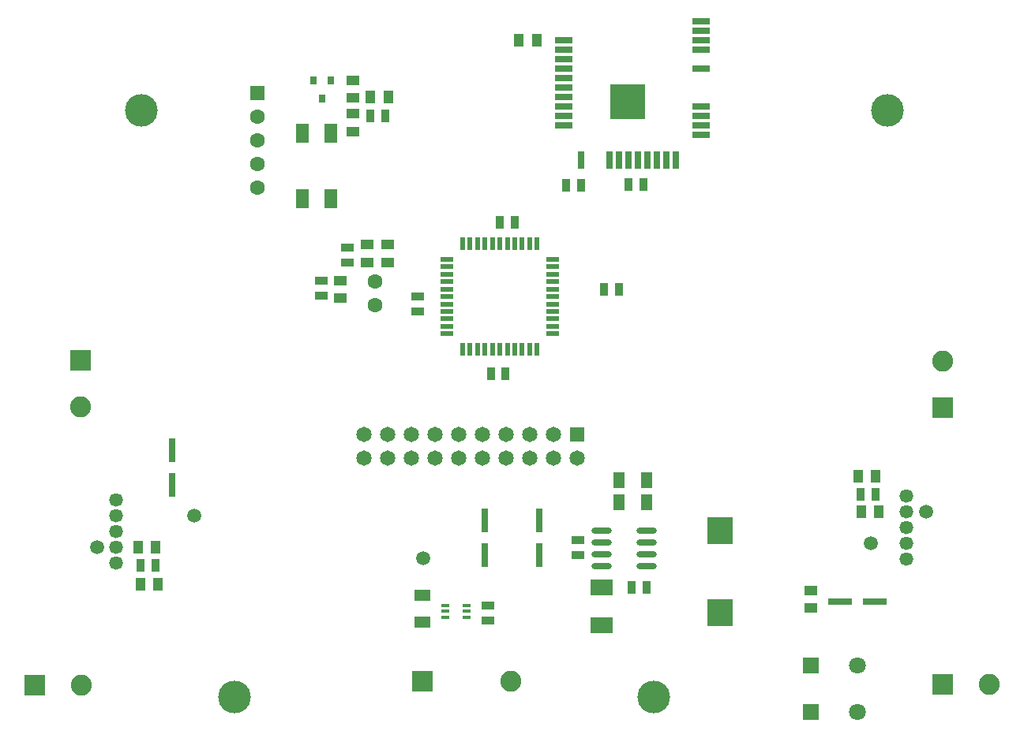
<source format=gbr>
%TF.GenerationSoftware,Altium Limited,Altium Designer,18.1.9 (240)*%
G04 Layer_Color=8388736*
%FSLAX43Y43*%
%MOMM*%
%TF.FileFunction,Soldermask,Top*%
%TF.Part,Single*%
G01*
G75*
%TA.AperFunction,SMDPad,CuDef*%
%ADD10R,0.950X1.350*%
%ADD11R,1.150X1.800*%
%ADD12R,0.800X2.500*%
%ADD13R,1.400X2.000*%
%ADD14R,0.800X0.900*%
%ADD15R,1.400X1.050*%
%ADD16R,1.050X1.400*%
%ADD17R,1.350X0.950*%
%ADD18R,1.470X0.550*%
%ADD19R,0.550X1.470*%
%ADD20R,1.900X0.800*%
%ADD21R,0.800X1.900*%
%ADD22R,3.700X3.700*%
%ADD23R,2.500X0.800*%
%ADD24R,1.800X1.150*%
G04:AMPARAMS|DCode=25|XSize=0.4mm|YSize=0.85mm|CornerRadius=0.05mm|HoleSize=0mm|Usage=FLASHONLY|Rotation=270.000|XOffset=0mm|YOffset=0mm|HoleType=Round|Shape=RoundedRectangle|*
%AMROUNDEDRECTD25*
21,1,0.400,0.750,0,0,270.0*
21,1,0.300,0.850,0,0,270.0*
1,1,0.100,-0.375,-0.150*
1,1,0.100,-0.375,0.150*
1,1,0.100,0.375,0.150*
1,1,0.100,0.375,-0.150*
%
%ADD25ROUNDEDRECTD25*%
%ADD26R,2.400X1.800*%
%ADD27R,2.790X2.920*%
%ADD28O,2.200X0.600*%
%TA.AperFunction,ComponentPad*%
%ADD37R,2.250X2.250*%
%ADD38C,2.250*%
%ADD39C,1.470*%
%ADD40R,2.250X2.250*%
%ADD41C,1.600*%
%ADD42R,1.600X1.600*%
%ADD43C,1.650*%
%ADD44R,1.650X1.650*%
%ADD45R,1.800X1.800*%
%ADD46C,1.800*%
%TA.AperFunction,ViaPad*%
%ADD48C,3.500*%
%ADD49C,1.500*%
%ADD50C,1.270*%
D10*
X66205Y50838D02*
D03*
X64605D02*
D03*
X67619Y18796D02*
D03*
X69219D02*
D03*
X39572Y69412D02*
D03*
X41172D02*
D03*
X54083Y41783D02*
D03*
X52483D02*
D03*
X67272Y62103D02*
D03*
X68872D02*
D03*
X62203Y61976D02*
D03*
X60603D02*
D03*
X16508Y21209D02*
D03*
X14908D02*
D03*
X93764Y28829D02*
D03*
X92164D02*
D03*
X55055Y58039D02*
D03*
X53455D02*
D03*
D11*
X69215Y27940D02*
D03*
X66215D02*
D03*
X69215Y30353D02*
D03*
X66215D02*
D03*
D12*
X18288Y29845D02*
D03*
Y33545D02*
D03*
X51816Y22280D02*
D03*
Y25980D02*
D03*
X57658Y22280D02*
D03*
Y25980D02*
D03*
D13*
X35306Y67578D02*
D03*
Y60578D02*
D03*
X32306Y67578D02*
D03*
Y60578D02*
D03*
D14*
X34417Y71263D02*
D03*
X33467Y73263D02*
D03*
X35367D02*
D03*
D15*
X37743Y71383D02*
D03*
Y73283D02*
D03*
X37743Y67761D02*
D03*
Y69661D02*
D03*
X41402Y53721D02*
D03*
Y55621D02*
D03*
X39243D02*
D03*
Y53721D02*
D03*
X36322Y49850D02*
D03*
Y51750D02*
D03*
X86821Y16597D02*
D03*
Y18497D02*
D03*
D16*
X41487Y71444D02*
D03*
X39587D02*
D03*
X57399Y77547D02*
D03*
X55499D02*
D03*
X16531Y23114D02*
D03*
X14631D02*
D03*
X91887Y30734D02*
D03*
X93787D02*
D03*
X92207Y26924D02*
D03*
X94107D02*
D03*
X16785Y19177D02*
D03*
X14885D02*
D03*
D17*
X44647Y50038D02*
D03*
Y48438D02*
D03*
X61849Y23914D02*
D03*
Y22314D02*
D03*
X37084Y53683D02*
D03*
Y55283D02*
D03*
X34290Y51727D02*
D03*
Y50127D02*
D03*
X52170Y16879D02*
D03*
Y15279D02*
D03*
D18*
X59125Y50038D02*
D03*
Y49238D02*
D03*
Y48438D02*
D03*
Y47638D02*
D03*
Y46838D02*
D03*
Y46038D02*
D03*
Y50838D02*
D03*
Y51638D02*
D03*
Y52438D02*
D03*
Y53238D02*
D03*
Y54038D02*
D03*
X47785Y50038D02*
D03*
Y50838D02*
D03*
Y51638D02*
D03*
Y52438D02*
D03*
Y53238D02*
D03*
Y54038D02*
D03*
Y49238D02*
D03*
Y48438D02*
D03*
Y47638D02*
D03*
Y46838D02*
D03*
Y46038D02*
D03*
D19*
X53455Y55708D02*
D03*
X54255D02*
D03*
X55055D02*
D03*
X55855D02*
D03*
X56655D02*
D03*
X57455D02*
D03*
X52655D02*
D03*
X51855D02*
D03*
X51055D02*
D03*
X50255D02*
D03*
X49455D02*
D03*
X53455Y44368D02*
D03*
X52655D02*
D03*
X51855D02*
D03*
X51055D02*
D03*
X50255D02*
D03*
X49455D02*
D03*
X54255D02*
D03*
X55055D02*
D03*
X55855D02*
D03*
X56655D02*
D03*
X57455D02*
D03*
D20*
X75033Y79585D02*
D03*
Y78569D02*
D03*
Y77553D02*
D03*
Y76537D02*
D03*
Y74505D02*
D03*
Y70441D02*
D03*
Y69425D02*
D03*
Y68409D02*
D03*
Y67393D02*
D03*
X60303Y77547D02*
D03*
Y76531D02*
D03*
Y75515D02*
D03*
Y74499D02*
D03*
Y73483D02*
D03*
Y72467D02*
D03*
Y71451D02*
D03*
Y70435D02*
D03*
Y69419D02*
D03*
Y68403D02*
D03*
D21*
X72363Y64723D02*
D03*
X71347D02*
D03*
X70331D02*
D03*
X69315D02*
D03*
X68299D02*
D03*
X67283D02*
D03*
X66267D02*
D03*
X65251D02*
D03*
X62203D02*
D03*
D22*
X67183Y70993D02*
D03*
D23*
X93671Y17272D02*
D03*
X89971D02*
D03*
D24*
X45185Y15086D02*
D03*
Y17986D02*
D03*
D25*
X49866Y15579D02*
D03*
Y16229D02*
D03*
Y16879D02*
D03*
X47616D02*
D03*
Y16229D02*
D03*
Y15579D02*
D03*
D26*
X64402Y14746D02*
D03*
Y18796D02*
D03*
D27*
X77089Y16062D02*
D03*
Y24892D02*
D03*
D28*
X69202Y21082D02*
D03*
Y22352D02*
D03*
Y23622D02*
D03*
Y24892D02*
D03*
X64402Y21082D02*
D03*
Y22352D02*
D03*
Y23622D02*
D03*
Y24892D02*
D03*
D37*
X3596Y8270D02*
D03*
X100918Y8382D02*
D03*
X45151Y8762D02*
D03*
D38*
X8596Y8270D02*
D03*
X8509Y38227D02*
D03*
X100918Y43100D02*
D03*
X105918Y8382D02*
D03*
X54671Y8762D02*
D03*
D39*
X12279Y21414D02*
D03*
Y23114D02*
D03*
Y24824D02*
D03*
Y26524D02*
D03*
Y28224D02*
D03*
X97028Y21814D02*
D03*
Y23514D02*
D03*
Y25214D02*
D03*
Y26924D02*
D03*
Y28624D02*
D03*
D40*
X8509Y43227D02*
D03*
X100918Y38100D02*
D03*
D41*
X27432Y61722D02*
D03*
Y64262D02*
D03*
Y69342D02*
D03*
Y66802D02*
D03*
X40075Y51662D02*
D03*
Y49122D02*
D03*
D42*
X27432Y71882D02*
D03*
D43*
X38862Y32654D02*
D03*
X41402D02*
D03*
X38862Y35194D02*
D03*
X41402D02*
D03*
X46482Y32654D02*
D03*
Y35194D02*
D03*
X54102Y32654D02*
D03*
Y35194D02*
D03*
X56642Y32654D02*
D03*
Y35194D02*
D03*
X61722Y32654D02*
D03*
X59182Y35194D02*
D03*
Y32654D02*
D03*
X51562Y35194D02*
D03*
Y32654D02*
D03*
X49022Y35194D02*
D03*
Y32654D02*
D03*
X43942Y35194D02*
D03*
Y32654D02*
D03*
D44*
X61722Y35194D02*
D03*
D45*
X86821Y10421D02*
D03*
Y5421D02*
D03*
D46*
X91821Y10421D02*
D03*
Y5421D02*
D03*
D48*
X70000Y7000D02*
D03*
X25000D02*
D03*
X15000Y70000D02*
D03*
X95000D02*
D03*
D49*
X93237Y23514D02*
D03*
X45212Y21971D02*
D03*
X20682Y26524D02*
D03*
X99187Y26924D02*
D03*
X10287Y23114D02*
D03*
D50*
X66018Y69803D02*
D03*
X68299D02*
D03*
X68304Y72089D02*
D03*
X66018D02*
D03*
X67183Y70993D02*
D03*
%TF.MD5,2c55b6372c928f3d49122b0bf424568e*%
M02*

</source>
